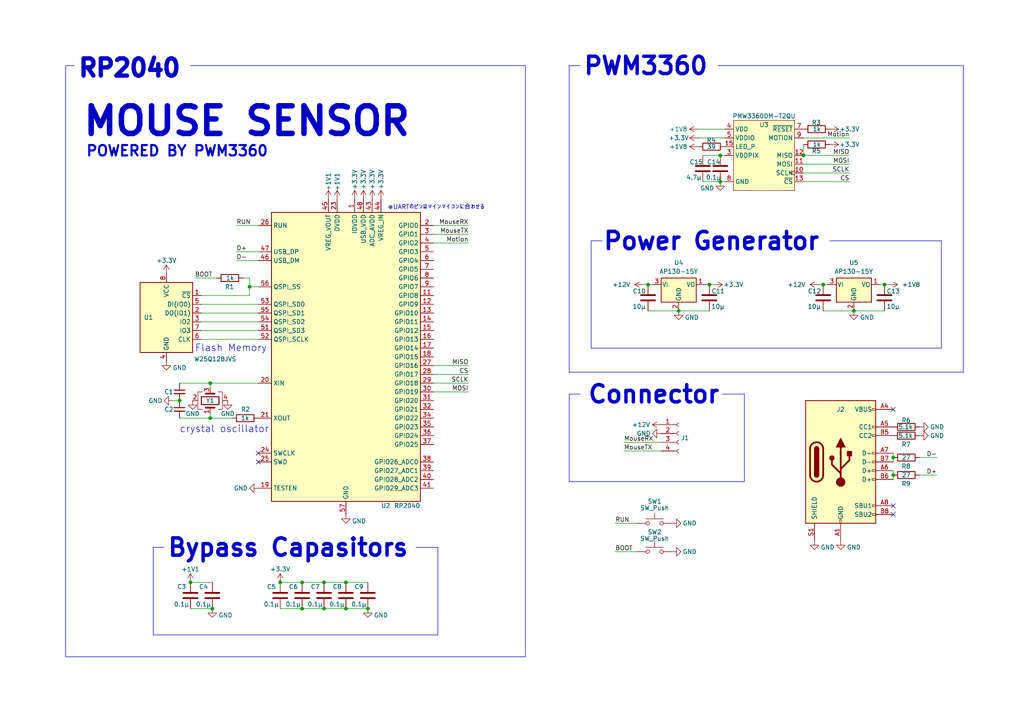
<source format=kicad_sch>
(kicad_sch (version 20230121) (generator eeschema)
  (paper "A4")
  (lib_symbols
    (symbol "Connector:Conn_01x04_Socket" (pin_names (offset 1.016) hide)
      (property "Reference" "J" (at 0 5.08 0))
      (property "Value" "Conn_01x04_Socket" (at 0 -7.62 0))
      (symbol "Conn_01x04_Socket_1_1"
        (arc (start 0 -4.572) (mid -0.5058 -5.08) (end 0 -5.588) (stroke (width 0.1524)))
        (arc (start 0 -2.032) (mid -0.5058 -2.54) (end 0 -3.048) (stroke (width 0.1524)))
        (polyline (pts (xy -1.27 -5.08) (xy -0.508 -5.08)) (stroke (width 0.1524)))
        (polyline (pts (xy -1.27 -2.54) (xy -0.508 -2.54)) (stroke (width 0.1524)))
        (polyline (pts (xy -1.27 0) (xy -0.508 0)) (stroke (width 0.1524)))
        (polyline (pts (xy -1.27 2.54) (xy -0.508 2.54)) (stroke (width 0.1524)))
        (arc (start 0 0.508) (mid -0.5058 0) (end 0 -0.508) (stroke (width 0.1524)))
        (arc (start 0 3.048) (mid -0.5058 2.54) (end 0 2.032) (stroke (width 0.1524)))
        (pin passive line (at -5.08 2.54 0) (length 3.81) (name "Pin_1") (number "1"))
        (pin passive line (at -5.08 0 0) (length 3.81) (name "Pin_2") (number "2"))
        (pin passive line (at -5.08 -2.54 0) (length 3.81) (name "Pin_3") (number "3"))
        (pin passive line (at -5.08 -5.08 0) (length 3.81) (name "Pin_4") (number "4"))
      )
    )
    (symbol "Connector:USB_C_Receptacle_USB2.0" (pin_names (offset 1.016))
      (property "Reference" "J" (at -10.16 19.05 0))
      (property "Value" "USB_C_Receptacle_USB2.0" (at 19.05 19.05 0))
      (symbol "USB_C_Receptacle_USB2.0_0_0"
        (rectangle (start -0.254 -17.78) (end 0.254 -16.764))
        (rectangle (start 10.16 -14.986) (end 9.144 -15.494))
        (rectangle (start 10.16 -12.446) (end 9.144 -12.954))
        (rectangle (start 10.16 -4.826) (end 9.144 -5.334))
        (rectangle (start 10.16 -2.286) (end 9.144 -2.794))
        (rectangle (start 10.16 0.254) (end 9.144 -0.254))
        (rectangle (start 10.16 2.794) (end 9.144 2.286))
        (rectangle (start 10.16 7.874) (end 9.144 7.366))
        (rectangle (start 10.16 10.414) (end 9.144 9.906))
        (rectangle (start 10.16 15.494) (end 9.144 14.986))
      )
      (symbol "USB_C_Receptacle_USB2.0_0_1"
        (rectangle (start -10.16 17.78) (end 10.16 -17.78) (stroke (width 0.254)) (fill (type background)))
        (arc (start -8.89 -3.81) (mid -6.985 -5.7067) (end -5.08 -3.81) (stroke (width 0.508)))
        (arc (start -7.62 -3.81) (mid -6.985 -4.4423) (end -6.35 -3.81) (stroke (width 0.254)))
        (arc (start -7.62 -3.81) (mid -6.985 -4.4423) (end -6.35 -3.81) (stroke (width 0.254)) (fill (type outline)))
        (rectangle (start -7.62 -3.81) (end -6.35 3.81) (stroke (width 0.254)) (fill (type outline)))
        (arc (start -6.35 3.81) (mid -6.985 4.4423) (end -7.62 3.81) (stroke (width 0.254)))
        (arc (start -6.35 3.81) (mid -6.985 4.4423) (end -7.62 3.81) (stroke (width 0.254)) (fill (type outline)))
        (arc (start -5.08 3.81) (mid -6.985 5.7067) (end -8.89 3.81) (stroke (width 0.508)))
        (circle (center -2.54 1.143) (radius 0.635) (stroke (width 0.254)) (fill (type outline)))
        (circle (center 0 -5.842) (radius 1.27) (fill (type outline)))
        (polyline (pts (xy -8.89 -3.81) (xy -8.89 3.81)) (stroke (width 0.508)))
        (polyline (pts (xy -5.08 3.81) (xy -5.08 -3.81)) (stroke (width 0.508)))
        (polyline (pts (xy 0 -5.842) (xy 0 4.318)) (stroke (width 0.508)))
        (polyline (pts (xy 0 -3.302) (xy -2.54 -0.762) (xy -2.54 0.508)) (stroke (width 0.508)))
        (polyline (pts (xy 0 -2.032) (xy 2.54 0.508) (xy 2.54 1.778)) (stroke (width 0.508)))
        (polyline (pts (xy -1.27 4.318) (xy 0 6.858) (xy 1.27 4.318) (xy -1.27 4.318)) (stroke (width 0.254)) (fill (type outline)))
        (rectangle (start 1.905 1.778) (end 3.175 3.048) (stroke (width 0.254)) (fill (type outline)))
      )
      (symbol "USB_C_Receptacle_USB2.0_1_1"
        (pin passive line (at 0 -22.86 90) (length 5.08) (name "GND") (number "A1"))
        (pin passive line (at 0 -22.86 90) (length 5.08) hide (name "GND") (number "A12"))
        (pin passive line (at 15.24 15.24 180) (length 5.08) (name "VBUS") (number "A4"))
        (pin bidirectional line (at 15.24 10.16 180) (length 5.08) (name "CC1") (number "A5"))
        (pin bidirectional line (at 15.24 -2.54 180) (length 5.08) (name "D+") (number "A6"))
        (pin bidirectional line (at 15.24 2.54 180) (length 5.08) (name "D-") (number "A7"))
        (pin bidirectional line (at 15.24 -12.7 180) (length 5.08) (name "SBU1") (number "A8"))
        (pin passive line (at 15.24 15.24 180) (length 5.08) hide (name "VBUS") (number "A9"))
        (pin passive line (at 0 -22.86 90) (length 5.08) hide (name "GND") (number "B1"))
        (pin passive line (at 0 -22.86 90) (length 5.08) hide (name "GND") (number "B12"))
        (pin passive line (at 15.24 15.24 180) (length 5.08) hide (name "VBUS") (number "B4"))
        (pin bidirectional line (at 15.24 7.62 180) (length 5.08) (name "CC2") (number "B5"))
        (pin bidirectional line (at 15.24 -5.08 180) (length 5.08) (name "D+") (number "B6"))
        (pin bidirectional line (at 15.24 0 180) (length 5.08) (name "D-") (number "B7"))
        (pin bidirectional line (at 15.24 -15.24 180) (length 5.08) (name "SBU2") (number "B8"))
        (pin passive line (at 15.24 15.24 180) (length 5.08) hide (name "VBUS") (number "B9"))
        (pin passive line (at -7.62 -22.86 90) (length 5.08) (name "SHIELD") (number "S1"))
      )
    )
    (symbol "Device:C" (pin_numbers hide) (pin_names (offset 0.254))
      (property "Reference" "C" (at 0.635 2.54 0))
      (property "Value" "C" (at 0.635 -2.54 0))
      (symbol "C_0_1"
        (polyline (pts (xy -2.032 -0.762) (xy 2.032 -0.762)) (stroke (width 0.508)))
        (polyline (pts (xy -2.032 0.762) (xy 2.032 0.762)) (stroke (width 0.508)))
      )
      (symbol "C_1_1"
        (pin passive line (at 0 3.81 270) (length 2.794) (name "~") (number "1"))
        (pin passive line (at 0 -3.81 90) (length 2.794) (name "~") (number "2"))
      )
    )
    (symbol "Device:C_Small" (pin_numbers hide) (pin_names (offset 0.254) hide)
      (property "Reference" "C" (at 0.254 1.778 0))
      (property "Value" "C_Small" (at 0.254 -2.032 0))
      (symbol "C_Small_0_1"
        (polyline (pts (xy -1.524 -0.508) (xy 1.524 -0.508)) (stroke (width 0.3302)))
        (polyline (pts (xy -1.524 0.508) (xy 1.524 0.508)) (stroke (width 0.3048)))
      )
      (symbol "C_Small_1_1"
        (pin passive line (at 0 2.54 270) (length 2.032) (name "~") (number "1"))
        (pin passive line (at 0 -2.54 90) (length 2.032) (name "~") (number "2"))
      )
    )
    (symbol "Device:Crystal_GND24" (pin_names (offset 1.016) hide)
      (property "Reference" "Y" (at 3.175 5.08 0))
      (property "Value" "Crystal_GND24" (at 3.175 3.175 0))
      (symbol "Crystal_GND24_0_1"
        (rectangle (start -1.143 2.54) (end 1.143 -2.54) (stroke (width 0.3048)))
        (polyline (pts (xy -2.54 0) (xy -2.032 0)))
        (polyline (pts (xy -2.032 -1.27) (xy -2.032 1.27)) (stroke (width 0.508)))
        (polyline (pts (xy 0 -3.81) (xy 0 -3.556)))
        (polyline (pts (xy 0 3.556) (xy 0 3.81)))
        (polyline (pts (xy 2.032 -1.27) (xy 2.032 1.27)) (stroke (width 0.508)))
        (polyline (pts (xy 2.032 0) (xy 2.54 0)))
        (polyline (pts (xy -2.54 -2.286) (xy -2.54 -3.556) (xy 2.54 -3.556) (xy 2.54 -2.286)))
        (polyline (pts (xy -2.54 2.286) (xy -2.54 3.556) (xy 2.54 3.556) (xy 2.54 2.286)))
      )
      (symbol "Crystal_GND24_1_1"
        (pin passive line (at -3.81 0 0) (length 1.27) (name "1") (number "1"))
        (pin passive line (at 0 5.08 270) (length 1.27) (name "2") (number "2"))
        (pin passive line (at 3.81 0 180) (length 1.27) (name "3") (number "3"))
        (pin passive line (at 0 -5.08 90) (length 1.27) (name "4") (number "4"))
      )
    )
    (symbol "Device:R" (pin_numbers hide) (pin_names (offset 0))
      (property "Reference" "R" (at 2.032 0 90))
      (property "Value" "R" (at 0 0 90))
      (symbol "R_0_1"
        (rectangle (start -1.016 -2.54) (end 1.016 2.54) (stroke (width 0.254)))
      )
      (symbol "R_1_1"
        (pin passive line (at 0 3.81 270) (length 1.27) (name "~") (number "1"))
        (pin passive line (at 0 -3.81 90) (length 1.27) (name "~") (number "2"))
      )
    )
    (symbol "MCU_RaspberryPi:RP2040"
      (property "Reference" "U" (at 17.78 45.72 0))
      (property "Value" "RP2040" (at 17.78 43.18 0))
      (symbol "RP2040_0_1"
        (rectangle (start -21.59 41.91) (end 21.59 -41.91) (stroke (width 0.254)) (fill (type background)))
      )
      (symbol "RP2040_1_1"
        (pin power_in line (at 2.54 45.72 270) (length 3.81) (name "IOVDD") (number "1"))
        (pin passive line (at 2.54 45.72 270) (length 3.81) hide (name "IOVDD") (number "10"))
        (pin bidirectional line (at 25.4 17.78 180) (length 3.81) (name "GPIO8") (number "11"))
        (pin bidirectional line (at 25.4 15.24 180) (length 3.81) (name "GPIO9") (number "12"))
        (pin bidirectional line (at 25.4 12.7 180) (length 3.81) (name "GPIO10") (number "13"))
        (pin bidirectional line (at 25.4 10.16 180) (length 3.81) (name "GPIO11") (number "14"))
        (pin bidirectional line (at 25.4 7.62 180) (length 3.81) (name "GPIO12") (number "15"))
        (pin bidirectional line (at 25.4 5.08 180) (length 3.81) (name "GPIO13") (number "16"))
        (pin bidirectional line (at 25.4 2.54 180) (length 3.81) (name "GPIO14") (number "17"))
        (pin bidirectional line (at 25.4 0 180) (length 3.81) (name "GPIO15") (number "18"))
        (pin input line (at -25.4 -38.1 0) (length 3.81) (name "TESTEN") (number "19"))
        (pin bidirectional line (at 25.4 38.1 180) (length 3.81) (name "GPIO0") (number "2"))
        (pin input line (at -25.4 -7.62 0) (length 3.81) (name "XIN") (number "20"))
        (pin passive line (at -25.4 -17.78 0) (length 3.81) (name "XOUT") (number "21"))
        (pin passive line (at 2.54 45.72 270) (length 3.81) hide (name "IOVDD") (number "22"))
        (pin power_in line (at -2.54 45.72 270) (length 3.81) (name "DVDD") (number "23"))
        (pin input line (at -25.4 -27.94 0) (length 3.81) (name "SWCLK") (number "24"))
        (pin bidirectional line (at -25.4 -30.48 0) (length 3.81) (name "SWD") (number "25"))
        (pin input line (at -25.4 38.1 0) (length 3.81) (name "RUN") (number "26"))
        (pin bidirectional line (at 25.4 -2.54 180) (length 3.81) (name "GPIO16") (number "27"))
        (pin bidirectional line (at 25.4 -5.08 180) (length 3.81) (name "GPIO17") (number "28"))
        (pin bidirectional line (at 25.4 -7.62 180) (length 3.81) (name "GPIO18") (number "29"))
        (pin bidirectional line (at 25.4 35.56 180) (length 3.81) (name "GPIO1") (number "3"))
        (pin bidirectional line (at 25.4 -10.16 180) (length 3.81) (name "GPIO19") (number "30"))
        (pin bidirectional line (at 25.4 -12.7 180) (length 3.81) (name "GPIO20") (number "31"))
        (pin bidirectional line (at 25.4 -15.24 180) (length 3.81) (name "GPIO21") (number "32"))
        (pin passive line (at 2.54 45.72 270) (length 3.81) hide (name "IOVDD") (number "33"))
        (pin bidirectional line (at 25.4 -17.78 180) (length 3.81) (name "GPIO22") (number "34"))
        (pin bidirectional line (at 25.4 -20.32 180) (length 3.81) (name "GPIO23") (number "35"))
        (pin bidirectional line (at 25.4 -22.86 180) (length 3.81) (name "GPIO24") (number "36"))
        (pin bidirectional line (at 25.4 -25.4 180) (length 3.81) (name "GPIO25") (number "37"))
        (pin bidirectional line (at 25.4 -30.48 180) (length 3.81) (name "GPIO26_ADC0") (number "38"))
        (pin bidirectional line (at 25.4 -33.02 180) (length 3.81) (name "GPIO27_ADC1") (number "39"))
        (pin bidirectional line (at 25.4 33.02 180) (length 3.81) (name "GPIO2") (number "4"))
        (pin bidirectional line (at 25.4 -35.56 180) (length 3.81) (name "GPIO28_ADC2") (number "40"))
        (pin bidirectional line (at 25.4 -38.1 180) (length 3.81) (name "GPIO29_ADC3") (number "41"))
        (pin passive line (at 2.54 45.72 270) (length 3.81) hide (name "IOVDD") (number "42"))
        (pin power_in line (at 7.62 45.72 270) (length 3.81) (name "ADC_AVDD") (number "43"))
        (pin power_in line (at 10.16 45.72 270) (length 3.81) (name "VREG_IN") (number "44"))
        (pin power_out line (at -5.08 45.72 270) (length 3.81) (name "VREG_VOUT") (number "45"))
        (pin bidirectional line (at -25.4 27.94 0) (length 3.81) (name "USB_DM") (number "46"))
        (pin bidirectional line (at -25.4 30.48 0) (length 3.81) (name "USB_DP") (number "47"))
        (pin power_in line (at 5.08 45.72 270) (length 3.81) (name "USB_VDD") (number "48"))
        (pin passive line (at 2.54 45.72 270) (length 3.81) hide (name "IOVDD") (number "49"))
        (pin bidirectional line (at 25.4 30.48 180) (length 3.81) (name "GPIO3") (number "5"))
        (pin passive line (at -2.54 45.72 270) (length 3.81) hide (name "DVDD") (number "50"))
        (pin bidirectional line (at -25.4 7.62 0) (length 3.81) (name "QSPI_SD3") (number "51"))
        (pin output line (at -25.4 5.08 0) (length 3.81) (name "QSPI_SCLK") (number "52"))
        (pin bidirectional line (at -25.4 15.24 0) (length 3.81) (name "QSPI_SD0") (number "53"))
        (pin bidirectional line (at -25.4 10.16 0) (length 3.81) (name "QSPI_SD2") (number "54"))
        (pin bidirectional line (at -25.4 12.7 0) (length 3.81) (name "QSPI_SD1") (number "55"))
        (pin bidirectional line (at -25.4 20.32 0) (length 3.81) (name "QSPI_SS") (number "56"))
        (pin power_in line (at 0 -45.72 90) (length 3.81) (name "GND") (number "57"))
        (pin bidirectional line (at 25.4 27.94 180) (length 3.81) (name "GPIO4") (number "6"))
        (pin bidirectional line (at 25.4 25.4 180) (length 3.81) (name "GPIO5") (number "7"))
        (pin bidirectional line (at 25.4 22.86 180) (length 3.81) (name "GPIO6") (number "8"))
        (pin bidirectional line (at 25.4 20.32 180) (length 3.81) (name "GPIO7") (number "9"))
      )
    )
    (symbol "Memory_Flash:W25Q128JVS"
      (property "Reference" "U4" (at 9.525 1.27 0))
      (property "Value" "W25Q128JVS" (at 9.525 -1.27 0))
      (symbol "W25Q128JVS_0_1"
        (rectangle (start -7.62 10.16) (end 7.62 -10.16) (stroke (width 0.254)) (fill (type background)))
      )
      (symbol "W25Q128JVS_1_1"
        (pin input line (at -10.16 6.35 0) (length 2.54) (name "~{CS}") (number "1"))
        (pin bidirectional line (at -10.16 1.27 0) (length 2.54) (name "DO(IO1)") (number "2"))
        (pin bidirectional line (at -10.16 -1.27 0) (length 2.54) (name "IO2") (number "3"))
        (pin power_in line (at 0 -12.7 90) (length 2.54) (name "GND") (number "4"))
        (pin bidirectional line (at -10.16 3.81 0) (length 2.54) (name "DI(IO0)") (number "5"))
        (pin input line (at -10.16 -6.35 0) (length 2.54) (name "CLK") (number "6"))
        (pin bidirectional line (at -10.16 -3.81 0) (length 2.54) (name "IO3") (number "7"))
        (pin power_in line (at 0 12.7 270) (length 2.54) (name "VCC") (number "8"))
      )
    )
    (symbol "Regulator_Linear:AP130-15Y" (pin_names (offset 0.254))
      (property "Reference" "U" (at -3.81 3.175 0))
      (property "Value" "AP130-15Y" (at 0 3.175 0))
      (symbol "AP130-15Y_0_1"
        (rectangle (start -5.08 1.905) (end 5.08 -5.08) (stroke (width 0.254)) (fill (type background)))
      )
      (symbol "AP130-15Y_1_1"
        (pin power_out line (at 7.62 0 180) (length 2.54) (name "VO") (number "1"))
        (pin power_in line (at 0 -7.62 90) (length 2.54) (name "GND") (number "2"))
        (pin power_in line (at -7.62 0 0) (length 2.54) (name "VI") (number "3"))
      )
    )
    (symbol "Switch:SW_Push" (pin_numbers hide) (pin_names (offset 1.016) hide)
      (property "Reference" "SW" (at 1.27 2.54 0))
      (property "Value" "SW_Push" (at 0 -1.524 0))
      (symbol "SW_Push_0_1"
        (circle (center -2.032 0) (radius 0.508))
        (polyline (pts (xy 0 1.27) (xy 0 3.048)))
        (polyline (pts (xy 2.54 1.27) (xy -2.54 1.27)))
        (circle (center 2.032 0) (radius 0.508))
        (pin passive line (at -5.08 0 0) (length 2.54) (name "1") (number "1"))
        (pin passive line (at 5.08 0 180) (length 2.54) (name "2") (number "2"))
      )
    )
    (symbol "pmw3360_pcb:PMW3360DM-T2QU"
      (property "Reference" "U?" (at -7.62 -13.97 0))
      (property "Value" "PMW3360DM-T2QU" (at 0 -11.43 0))
      (symbol "PMW3360DM-T2QU_0_1"
        (rectangle (start -8.89 10.16) (end 8.89 -10.16) (fill (type background)))
      )
      (symbol "PMW3360DM-T2QU_1_1"
        (pin no_connect line (at -2.54 13.97 180) (length 2.54) hide (name "NC") (number "1"))
        (pin input clock (at 11.43 -5.08 180) (length 2.54) (name "SCLK") (number "10"))
        (pin input line (at 11.43 -2.54 180) (length 2.54) (name "MOSI") (number "11"))
        (pin output line (at 11.43 0 180) (length 2.54) (name "MISO") (number "12"))
        (pin input line (at 11.43 -7.62 180) (length 2.54) (name "~{CS}") (number "13"))
        (pin no_connect inverted (at -2.54 19.05 180) (length 2.54) hide (name "NC") (number "14"))
        (pin power_in line (at -11.43 2.54 0) (length 2.54) (name "LED_P") (number "15"))
        (pin no_connect line (at -2.54 21.59 180) (length 2.54) hide (name "NC") (number "16"))
        (pin no_connect line (at -2.54 16.51 180) (length 2.54) hide (name "NC") (number "2"))
        (pin power_out line (at -11.43 0 0) (length 2.54) (name "VDDPIX") (number "3"))
        (pin power_in line (at -11.43 7.62 0) (length 2.54) (name "VDD") (number "4"))
        (pin power_in line (at -11.43 5.08 0) (length 2.54) (name "VDDIO") (number "5"))
        (pin no_connect line (at -2.54 11.43 180) (length 2.54) hide (name "NC") (number "6"))
        (pin input line (at 11.43 7.62 180) (length 2.54) (name "~{RESET}") (number "7"))
        (pin power_in line (at -11.43 -7.62 0) (length 2.54) (name "GND") (number "8"))
        (pin output line (at 11.43 5.08 180) (length 2.54) (name "MOTION") (number "9"))
      )
    )
    (symbol "power:+12V" (power) (pin_names (offset 0))
      (property "Value" "+12V" (at 0 3.556 0))
      (symbol "+12V_0_1"
        (polyline (pts (xy -0.762 1.27) (xy 0 2.54)))
        (polyline (pts (xy 0 0) (xy 0 2.54)))
        (polyline (pts (xy 0 2.54) (xy 0.762 1.27)))
      )
      (symbol "+12V_1_1"
        (pin power_in line (at 0 0 90) (length 0) hide (name "+12V") (number "1"))
      )
    )
    (symbol "power:+1V1" (power) (pin_names (offset 0))
      (property "Value" "+1V1" (at 0 3.556 0))
      (symbol "+1V1_0_1"
        (polyline (pts (xy -0.762 1.27) (xy 0 2.54)))
        (polyline (pts (xy 0 0) (xy 0 2.54)))
        (polyline (pts (xy 0 2.54) (xy 0.762 1.27)))
      )
      (symbol "+1V1_1_1"
        (pin power_in line (at 0 0 90) (length 0) hide (name "+1V1") (number "1"))
      )
    )
    (symbol "power:+1V8" (power) (pin_names (offset 0))
      (property "Value" "+1V8" (at 0 3.556 0))
      (symbol "+1V8_0_1"
        (polyline (pts (xy -0.762 1.27) (xy 0 2.54)))
        (polyline (pts (xy 0 0) (xy 0 2.54)))
        (polyline (pts (xy 0 2.54) (xy 0.762 1.27)))
      )
      (symbol "+1V8_1_1"
        (pin power_in line (at 0 0 90) (length 0) hide (name "+1V8") (number "1"))
      )
    )
    (symbol "power:+3.3V" (power) (pin_names (offset 0))
      (property "Value" "+3.3V" (at 0 3.556 0))
      (symbol "+3.3V_0_1"
        (polyline (pts (xy -0.762 1.27) (xy 0 2.54)))
        (polyline (pts (xy 0 0) (xy 0 2.54)))
        (polyline (pts (xy 0 2.54) (xy 0.762 1.27)))
      )
      (symbol "+3.3V_1_1"
        (pin power_in line (at 0 0 90) (length 0) hide (name "+3.3V") (number "1"))
      )
    )
    (symbol "power:GND" (power) (pin_names (offset 0))
      (property "Value" "GND" (at 0 -3.81 0))
      (symbol "GND_0_1"
        (polyline (pts (xy 0 0) (xy 0 -1.27) (xy 1.27 -1.27) (xy 0 -2.54) (xy -1.27 -1.27) (xy 0 -1.27)))
      )
      (symbol "GND_1_1"
        (pin power_in line (at 0 0 270) (length 0) hide (name "GND") (number "1"))
      )
    )
  )
  (junction (at 238.76 82.55))
  (junction (at 81.28 168.91))
  (junction (at 87.63 168.91))
  (junction (at 259.08 132.715))
  (junction (at 52.07 116.205))
  (junction (at 100.33 176.53))
  (junction (at 106.68 176.53))
  (junction (at 256.54 82.55))
  (junction (at 208.915 45.085))
  (junction (at 93.98 176.53))
  (junction (at 205.74 82.55))
  (junction (at 259.08 137.795))
  (junction (at 233.045 45.085))
  (junction (at 100.33 168.91))
  (junction (at 208.915 52.705))
  (junction (at 187.96 82.55))
  (junction (at 60.96 111.125))
  (junction (at 72.39 83.185))
  (junction (at 55.245 168.91))
  (junction (at 247.65 90.17))
  (junction (at 61.595 176.53))
  (junction (at 196.85 90.17))
  (junction (at 87.63 176.53))
  (junction (at 93.98 168.91))
  (junction (at 60.96 121.285))
  (no_connect (at 74.93 131.445))
  (no_connect (at 259.08 146.685))
  (no_connect (at 259.08 118.745))
  (no_connect (at 259.08 149.225))
  (no_connect (at 74.93 133.985))
  (wire (pts (xy 135.89 111.125) (xy 125.73 111.125)))
  (wire (pts (xy 246.38 52.705) (xy 233.045 52.705)))
  (wire (pts (xy 52.07 121.285) (xy 60.96 121.285)))
  (wire (pts (xy 58.42 95.885) (xy 74.93 95.885)))
  (wire (pts (xy 93.98 176.53) (xy 100.33 176.53)))
  (wire (pts (xy 259.08 131.445) (xy 259.08 132.715)))
  (wire (pts (xy 208.915 52.705) (xy 210.185 52.705)))
  (polyline (pts (xy 44.45 158.75) (xy 44.45 184.15)))
  (wire (pts (xy 58.42 85.725) (xy 72.39 85.725)))
  (wire (pts (xy 81.28 176.53) (xy 87.63 176.53)))
  (wire (pts (xy 203.835 45.085) (xy 208.915 45.085)))
  (polyline (pts (xy 127 184.15) (xy 127 158.75)))
  (wire (pts (xy 202.565 37.465) (xy 210.185 37.465)))
  (wire (pts (xy 256.54 82.55) (xy 257.81 82.55)))
  (wire (pts (xy 196.85 90.17) (xy 205.74 90.17)))
  (wire (pts (xy 203.835 52.705) (xy 208.915 52.705)))
  (polyline (pts (xy 273.05 100.965) (xy 273.05 69.85)))
  (wire (pts (xy 58.42 98.425) (xy 74.93 98.425)))
  (polyline (pts (xy 209.55 114.3) (xy 215.9 114.3)))
  (wire (pts (xy 238.76 82.55) (xy 240.03 82.55)))
  (wire (pts (xy 87.63 176.53) (xy 93.98 176.53)))
  (wire (pts (xy 58.42 93.345) (xy 74.93 93.345)))
  (polyline (pts (xy 152.4 190.5) (xy 152.4 19.05)))
  (wire (pts (xy 60.96 120.015) (xy 60.96 121.285)))
  (wire (pts (xy 178.435 160.02) (xy 184.785 160.02)))
  (wire (pts (xy 205.74 82.55) (xy 207.01 82.55)))
  (wire (pts (xy 72.39 83.185) (xy 74.93 83.185)))
  (polyline (pts (xy 120.65 158.75) (xy 127 158.75)))
  (wire (pts (xy 60.96 111.125) (xy 74.93 111.125)))
  (polyline (pts (xy 165.1 19.05) (xy 165.1 107.95)))
  (wire (pts (xy 259.08 132.715) (xy 259.08 133.985)))
  (polyline (pts (xy 240.665 69.85) (xy 273.05 69.85)))
  (wire (pts (xy 93.98 168.91) (xy 100.33 168.91)))
  (polyline (pts (xy 21.59 19.05) (xy 19.05 19.05)))
  (wire (pts (xy 72.39 83.185) (xy 72.39 80.645)))
  (wire (pts (xy 60.96 121.285) (xy 67.31 121.285)))
  (wire (pts (xy 135.89 65.405) (xy 125.73 65.405)))
  (polyline (pts (xy 168.275 19.05) (xy 165.1 19.05)))
  (wire (pts (xy 135.89 113.665) (xy 125.73 113.665)))
  (wire (pts (xy 100.33 176.53) (xy 106.68 176.53)))
  (wire (pts (xy 68.58 65.405) (xy 74.93 65.405)))
  (wire (pts (xy 87.63 168.91) (xy 93.98 168.91)))
  (polyline (pts (xy 171.45 69.85) (xy 171.45 100.965)))
  (wire (pts (xy 135.89 106.045) (xy 125.73 106.045)))
  (wire (pts (xy 187.96 90.17) (xy 196.85 90.17)))
  (polyline (pts (xy 47.625 158.75) (xy 44.45 158.75)))
  (polyline (pts (xy 165.1 139.7) (xy 215.9 139.7)))
  (polyline (pts (xy 165.1 114.3) (xy 165.1 139.7)))
  (polyline (pts (xy 208.28 19.05) (xy 279.4 19.05)))
  (wire (pts (xy 81.28 168.91) (xy 87.63 168.91)))
  (wire (pts (xy 52.07 111.125) (xy 60.96 111.125)))
  (wire (pts (xy 186.69 82.55) (xy 187.96 82.55)))
  (wire (pts (xy 246.38 40.005) (xy 233.045 40.005)))
  (wire (pts (xy 271.78 137.795) (xy 266.7 137.795)))
  (wire (pts (xy 58.42 90.805) (xy 74.93 90.805)))
  (wire (pts (xy 246.38 45.085) (xy 233.045 45.085)))
  (wire (pts (xy 259.08 137.795) (xy 259.08 139.065)))
  (polyline (pts (xy 279.4 107.95) (xy 279.4 19.05)))
  (wire (pts (xy 238.76 90.17) (xy 247.65 90.17)))
  (wire (pts (xy 55.245 176.53) (xy 61.595 176.53)))
  (wire (pts (xy 246.38 50.165) (xy 233.045 50.165)))
  (wire (pts (xy 55.245 168.91) (xy 61.595 168.91)))
  (polyline (pts (xy 171.45 100.965) (xy 273.05 100.965)))
  (wire (pts (xy 72.39 80.645) (xy 70.485 80.645)))
  (polyline (pts (xy 44.45 184.15) (xy 127 184.15)))
  (wire (pts (xy 180.975 130.81) (xy 191.77 130.81)))
  (polyline (pts (xy 168.275 114.3) (xy 165.1 114.3)))
  (wire (pts (xy 233.045 41.91) (xy 233.045 45.085)))
  (wire (pts (xy 247.65 90.17) (xy 256.54 90.17)))
  (wire (pts (xy 56.515 80.645) (xy 62.865 80.645)))
  (wire (pts (xy 72.39 85.725) (xy 72.39 83.185)))
  (wire (pts (xy 202.565 40.005) (xy 210.185 40.005)))
  (wire (pts (xy 204.47 82.55) (xy 205.74 82.55)))
  (wire (pts (xy 259.08 136.525) (xy 259.08 137.795)))
  (wire (pts (xy 135.89 108.585) (xy 125.73 108.585)))
  (wire (pts (xy 255.27 82.55) (xy 256.54 82.55)))
  (wire (pts (xy 246.38 47.625) (xy 233.045 47.625)))
  (wire (pts (xy 271.78 132.715) (xy 266.7 132.715)))
  (wire (pts (xy 50.165 116.205) (xy 52.07 116.205)))
  (wire (pts (xy 135.89 70.485) (xy 125.73 70.485)))
  (polyline (pts (xy 55.245 19.05) (xy 152.4 19.05)))
  (polyline (pts (xy 19.05 190.5) (xy 152.4 190.5)))
  (wire (pts (xy 68.58 75.565) (xy 74.93 75.565)))
  (wire (pts (xy 68.58 73.025) (xy 74.93 73.025)))
  (polyline (pts (xy 174.625 69.85) (xy 171.45 69.85)))
  (wire (pts (xy 100.33 168.91) (xy 106.68 168.91)))
  (polyline (pts (xy 215.9 139.7) (xy 215.9 114.3)))
  (wire (pts (xy 135.89 67.945) (xy 125.73 67.945)))
  (wire (pts (xy 208.915 45.085) (xy 210.185 45.085)))
  (wire (pts (xy 187.96 82.55) (xy 189.23 82.55)))
  (polyline (pts (xy 19.05 19.05) (xy 19.05 190.5)))
  (wire (pts (xy 180.975 128.27) (xy 191.77 128.27)))
  (wire (pts (xy 178.435 151.765) (xy 184.785 151.765)))
  (wire (pts (xy 58.42 88.265) (xy 74.93 88.265)))
  (wire (pts (xy 237.49 82.55) (xy 238.76 82.55)))
  (wire (pts (xy 60.96 111.125) (xy 60.96 112.395)))
  (polyline (pts (xy 165.1 107.95) (xy 279.4 107.95)))
  (text "Flash Memory" (at 56.515 102.235 0) (effects (font (size 2 2)) (justify left bottom)))
  (text "RP2040" (at 22.225 22.86 0) (effects (font (size 5 5) (thickness 1.6) bold) (justify left bottom)))
  (text "Connector" (at 170.18 117.475 0) (effects (font (size 5 5) (thickness 1) bold) (justify left bottom)))
  (text "※UARTのピンはマインマイコンに合わせる" (at 112.395 60.96 0) (effects (font (size 1.27 1.27)) (justify left bottom)))
  (text "PWM3360" (at 168.91 22.225 0) (effects (font (size 5 5) (thickness 1) bold) (justify left bottom)))
  (text "crystal oscillator" (at 52.07 125.73 0) (effects (font (size 2 2)) (justify left bottom)))
  (text "Bypass Capasitors" (at 48.26 161.925 0) (effects (font (size 5 5) (thickness 1) bold) (justify left bottom)))
  (text "MOUSE SENSOR" (at 23.495 40.005 0) (effects (font (size 8 8) (thickness 1.6) bold) (justify left bottom)))
  (text "POWERED BY PWM3360" (at 24.765 45.72 0) (effects (font (size 3 3) bold) (justify left bottom)))
  (text "Power Generator" (at 174.625 73.025 0) (effects (font (size 5 5) (thickness 1) bold) (justify left bottom)))
  (label "BOOT" (at 56.515 80.645 0))
  (label "MouseRX" (at 135.89 65.405 180))
  (label "MouseRX" (at 180.975 128.27 0))
  (label "MISO" (at 135.89 106.045 180))
  (label "MISO" (at 246.38 45.085 180))
  (label "RUN" (at 68.58 65.405 0))
  (label "D+" (at 271.78 137.795 180))
  (label "BOOT" (at 178.435 160.02 0))
  (label "MouseTX" (at 180.975 130.81 0))
  (label "Motion" (at 135.89 70.485 180))
  (label "D+" (at 68.58 73.025 0))
  (label "CS" (at 246.38 52.705 180))
  (label "MouseTX" (at 135.89 67.945 180))
  (label "SCLK" (at 246.38 50.165 180))
  (label "RUN" (at 178.435 151.765 0))
  (label "SCLK" (at 135.89 111.125 180))
  (label "D-" (at 271.78 132.715 180))
  (label "D-" (at 68.58 75.565 0))
  (label "CS" (at 135.89 108.585 180))
  (label "MOSI" (at 135.89 113.665 180))
  (label "Motion" (at 246.38 40.005 180))
  (label "MOSI" (at 246.38 47.625 180))
  (symbol (lib_id "power:GND") (at 247.65 90.17 0) (unit 1)
    (property "Reference" "#PWR022" (effects hide))
    (property "Value" "GND" (at 251.46 92.075 0))
  )
  (symbol (lib_id "power:+3.3V") (at 105.41 57.785 0) (unit 1)
    (property "Reference" "#PWR014" (effects hide))
    (property "Value" "+3.3V" (at 105.41 52.07 90))
  )
  (symbol (lib_id "power:GND") (at 191.77 125.73 270) (unit 1)
    (property "Reference" "#PWR031" (effects hide))
    (property "Value" "GND" (at 186.69 125.73 90))
  )
  (symbol (lib_id "power:GND") (at 194.945 151.765 90) (unit 1)
    (property "Reference" "#PWR032" (effects hide))
    (property "Value" "GND" (at 200.025 151.765 90))
  )
  (symbol (lib_id "power:GND") (at 266.7 126.365 90) (unit 1)
    (property "Reference" "#PWR037" (effects hide))
    (property "Value" "GND" (at 271.78 126.365 90))
  )
  (symbol (lib_id "Connector:USB_C_Receptacle_USB2.0") (at 243.84 133.985 0) (unit 1)
    (property "Reference" "J2" (at 243.84 118.745 0))
    (property "Value" "USB_C_Receptacle_USB2.0" (effects hide))
    (property "Datasheet" "https://www.usb.org/sites/default/files/documents/usb_type-c.zip" (effects hide))
  )
  (symbol (lib_id "power:GND") (at 208.915 52.705 0) (unit 1)
    (property "Reference" "#PWR028" (effects hide))
    (property "Value" "GND" (at 205.105 54.61 0))
  )
  (symbol (lib_id "power:GND") (at 196.85 90.17 0) (unit 1)
    (property "Reference" "#PWR019" (effects hide))
    (property "Value" "GND" (at 200.66 92.075 0))
  )
  (symbol (lib_id "power:+3.3V") (at 240.665 37.465 270) (unit 1)
    (property "Reference" "#PWR026" (effects hide))
    (property "Value" "+3.3V" (at 246.38 37.465 90))
  )
  (symbol (lib_id "power:GND") (at 55.88 116.205 0) (unit 1)
    (property "Reference" "#PWR05" (effects hide))
    (property "Value" "GND" (at 55.88 120.015 0))
  )
  (symbol (lib_id "Device:C") (at 208.915 48.895 0) (mirror x) (unit 1)
    (property "Reference" "C14" (at 207.01 46.99 0))
    (property "Value" "0.1μ" (at 207.01 51.435 0))
  )
  (symbol (lib_id "power:+12V") (at 191.77 123.19 90) (unit 1)
    (property "Reference" "#PWR030" (effects hide))
    (property "Value" "+12V" (at 188.595 123.19 90) (effects (justify left)))
  )
  (symbol (lib_id "power:GND") (at 106.68 176.53 0) (unit 1)
    (property "Reference" "#PWR015" (effects hide))
    (property "Value" "GND" (at 110.49 178.435 0))
  )
  (symbol (lib_id "power:GND") (at 61.595 176.53 0) (unit 1)
    (property "Reference" "#PWR06" (effects hide))
    (property "Value" "GND" (at 65.405 178.435 0))
  )
  (symbol (lib_id "power:+3.3V") (at 207.01 82.55 270) (unit 1)
    (property "Reference" "#PWR020" (effects hide))
    (property "Value" "+3.3V" (at 212.725 82.55 90))
  )
  (symbol (lib_id "Device:R") (at 262.89 137.795 90) (unit 1)
    (property "Reference" "R9" (at 264.16 140.335 90) (effects (justify left)))
    (property "Value" "27" (at 264.16 137.795 90) (effects (justify left)))
  )
  (symbol (lib_id "Device:R") (at 262.89 123.825 90) (unit 1)
    (property "Reference" "R6" (at 264.16 121.92 90) (effects (justify left)))
    (property "Value" "5.1k" (at 264.795 123.825 90) (effects (justify left)))
  )
  (symbol (lib_id "power:+3.3V") (at 81.28 168.91 0) (unit 1)
    (property "Reference" "#PWR09" (effects hide))
    (property "Value" "+3.3V" (at 81.28 165.1 0))
  )
  (symbol (lib_id "Switch:SW_Push") (at 189.865 160.02 0) (unit 1)
    (property "Reference" "SW2" (at 189.865 154.305 0))
    (property "Value" "SW_Push" (at 189.865 156.21 0))
  )
  (symbol (lib_id "power:+3.3V") (at 107.95 57.785 0) (unit 1)
    (property "Reference" "#PWR016" (effects hide))
    (property "Value" "+3.3V" (at 107.95 52.07 90))
  )
  (symbol (lib_id "Device:R") (at 236.855 37.465 90) (unit 1)
    (property "Reference" "R3" (at 238.125 35.56 90) (effects (justify left)))
    (property "Value" "1k" (at 238.125 37.465 90) (effects (justify left)))
  )
  (symbol (lib_id "Device:R") (at 262.89 132.715 90) (unit 1)
    (property "Reference" "R8" (at 264.16 135.255 90) (effects (justify left)))
    (property "Value" "27" (at 264.16 132.715 90) (effects (justify left)))
  )
  (symbol (lib_id "Device:R") (at 236.855 41.91 90) (unit 1)
    (property "Reference" "R5" (at 238.125 43.815 90) (effects (justify left)))
    (property "Value" "1k" (at 238.125 41.91 90) (effects (justify left)))
  )
  (symbol (lib_id "Memory_Flash:W25Q128JVS") (at 48.26 92.075 0) (mirror y) (unit 1)
    (property "Reference" "U1" (at 44.45 92.075 0) (effects (justify left)))
    (property "Value" "W25Q128JVS" (at 68.58 104.14 0) (effects (justify left)))
    (property "Footprint" "Package_SO:SOIC-8_5.23x5.23mm_P1.27mm" (effects hide))
    (property "Datasheet" "http://www.winbond.com/resource-files/w25q128jv_dtr%20revc%2003272018%20plus.pdf" (effects hide))
  )
  (symbol (lib_id "power:GND") (at 236.22 156.845 0) (unit 1)
    (property "Reference" "#PWR034" (effects hide))
    (property "Value" "GND" (at 240.03 158.75 0))
  )
  (symbol (lib_id "power:+3.3V") (at 102.87 57.785 0) (unit 1)
    (property "Reference" "#PWR013" (effects hide))
    (property "Value" "+3.3V" (at 102.87 52.07 90))
  )
  (symbol (lib_id "power:+1V8") (at 202.565 42.545 90) (unit 1)
    (property "Reference" "#PWR027" (effects hide))
    (property "Value" "+1V8" (at 199.39 42.545 90) (effects (justify left)))
  )
  (symbol (lib_id "power:GND") (at 243.84 156.845 0) (unit 1)
    (property "Reference" "#PWR035" (effects hide))
    (property "Value" "GND" (at 247.65 158.75 0))
  )
  (symbol (lib_id "power:GND") (at 50.165 116.205 270) (unit 1)
    (property "Reference" "#PWR03" (effects hide))
    (property "Value" "GND" (at 45.085 116.205 90))
  )
  (symbol (lib_id "power:GND") (at 100.33 149.225 0) (unit 1)
    (property "Reference" "#PWR012" (effects hide))
    (property "Value" "GND" (at 104.14 151.13 0))
  )
  (symbol (lib_id "Device:C") (at 187.96 86.36 180) (unit 1)
    (property "Reference" "C10" (at 185.42 84.455 0))
    (property "Value" "10μ" (at 185.42 88.9 0))
  )
  (symbol (lib_id "power:GND") (at 74.93 141.605 270) (unit 1)
    (property "Reference" "#PWR08" (effects hide))
    (property "Value" "GND" (at 69.85 141.605 90))
  )
  (symbol (lib_id "Device:C") (at 238.76 86.36 180) (unit 1)
    (property "Reference" "C12" (at 236.22 84.455 0))
    (property "Value" "10μ" (at 236.22 88.9 0))
  )
  (symbol (lib_id "power:+1V8") (at 202.565 37.465 90) (unit 1)
    (property "Reference" "#PWR024" (effects hide))
    (property "Value" "+1V8" (at 199.39 37.465 90) (effects (justify left)))
  )
  (symbol (lib_id "power:+3.3V") (at 110.49 57.785 0) (unit 1)
    (property "Reference" "#PWR017" (effects hide))
    (property "Value" "+3.3V" (at 110.49 52.07 90))
  )
  (symbol (lib_id "Device:R") (at 206.375 42.545 90) (unit 1)
    (property "Reference" "R4" (at 207.645 40.64 90) (effects (justify left)))
    (property "Value" "39" (at 207.645 42.545 90) (effects (justify left)))
  )
  (symbol (lib_id "power:+1V8") (at 257.81 82.55 270) (unit 1)
    (property "Reference" "#PWR023" (effects hide))
    (property "Value" "+1V8" (at 261.62 82.55 90) (effects (justify left)))
  )
  (symbol (lib_id "Device:R") (at 71.12 121.285 270) (unit 1)
    (property "Reference" "R2" (at 69.85 118.745 90) (effects (justify left)))
    (property "Value" "1k" (at 69.85 121.285 90) (effects (justify left)))
  )
  (symbol (lib_id "Device:C") (at 81.28 172.72 180) (unit 1)
    (property "Reference" "C5" (at 78.74 170.18 0))
    (property "Value" "0.1μ" (at 78.74 175.26 0))
  )
  (symbol (lib_id "power:+1V1") (at 55.245 168.91 0) (unit 1)
    (property "Reference" "#PWR04" (effects hide))
    (property "Value" "+1V1" (at 55.245 165.1 0))
  )
  (symbol (lib_id "Device:C") (at 100.33 172.72 180) (unit 1)
    (property "Reference" "C8" (at 97.79 170.18 0))
    (property "Value" "0.1μ" (at 97.79 175.26 0))
  )
  (symbol (lib_id "Device:C") (at 106.68 172.72 180) (unit 1)
    (property "Reference" "C9" (at 104.14 170.18 0))
    (property "Value" "0.1μ" (at 104.14 175.26 0))
  )
  (symbol (lib_id "Device:C_Small") (at 52.07 113.665 0) (unit 1)
    (property "Reference" "C1" (at 47.625 113.665 0) (effects (justify left)))
    (property "Value" "C_Small" (effects hide))
  )
  (symbol (lib_id "power:+12V") (at 186.69 82.55 90) (unit 1)
    (property "Reference" "#PWR018" (effects hide))
    (property "Value" "+12V" (at 182.88 82.55 90) (effects (justify left)))
  )
  (symbol (lib_id "power:+3.3V") (at 240.665 41.91 270) (unit 1)
    (property "Reference" "#PWR029" (effects hide))
    (property "Value" "+3.3V" (at 246.38 41.91 90))
  )
  (symbol (lib_id "power:+1V1") (at 95.25 57.785 0) (unit 1)
    (property "Reference" "#PWR010" (effects hide))
    (property "Value" "+1V1" (at 95.25 52.705 90))
  )
  (symbol (lib_id "MCU_RaspberryPi:RP2040") (at 100.33 103.505 0) (unit 1)
    (property "Reference" "U2" (at 110.49 146.685 0) (effects (justify left)))
    (property "Value" "RP2040" (at 114.3 146.685 0) (effects (justify left)))
    (property "Footprint" "Package_DFN_QFN:QFN-56-1EP_7x7mm_P0.4mm_EP3.2x3.2mm" (effects hide))
    (property "Datasheet" "https://datasheets.raspberrypi.com/rp2040/rp2040-datasheet.pdf" (effects hide))
  )
  (symbol (lib_id "Device:C") (at 61.595 172.72 180) (unit 1)
    (property "Reference" "C4" (at 59.055 170.18 0))
    (property "Value" "0.1μ" (at 59.055 175.26 0))
  )
  (symbol (lib_id "power:+1V1") (at 97.79 57.785 0) (unit 1)
    (property "Reference" "#PWR011" (effects hide))
    (property "Value" "+1V1" (at 97.79 52.705 90))
  )
  (symbol (lib_id "Connector:Conn_01x04_Socket") (at 196.85 125.73 0) (unit 1)
    (property "Reference" "J1" (at 197.485 127 0) (effects (justify left)))
    (property "Value" "Conn_01x04_Socket" (effects hide))
  )
  (symbol (lib_id "Device:R") (at 66.675 80.645 90) (unit 1)
    (property "Reference" "R1" (at 67.945 83.185 90) (effects (justify left)))
    (property "Value" "1k" (at 67.945 80.645 90) (effects (justify left)))
  )
  (symbol (lib_id "Device:C") (at 203.835 48.895 0) (mirror x) (unit 1)
    (property "Reference" "C15" (at 201.93 46.99 0))
    (property "Value" "4.7μ" (at 201.295 51.435 0))
  )
  (symbol (lib_id "Device:C") (at 205.74 86.36 0) (mirror x) (unit 1)
    (property "Reference" "C11" (at 208.28 84.455 0))
    (property "Value" "10μ" (at 208.28 88.9 0))
  )
  (symbol (lib_id "power:+3.3V") (at 48.26 79.375 0) (unit 1)
    (property "Reference" "#PWR01" (effects hide))
    (property "Value" "+3.3V" (at 48.26 75.565 0))
  )
  (symbol (lib_id "power:GND") (at 66.04 116.205 0) (unit 1)
    (property "Reference" "#PWR07" (effects hide))
    (property "Value" "GND" (at 66.04 120.015 0))
  )
  (symbol (lib_id "power:GND") (at 48.26 104.775 0) (unit 1)
    (property "Reference" "#PWR02" (effects hide))
    (property "Value" "GND" (at 52.07 106.68 0))
  )
  (symbol (lib_id "power:+12V") (at 237.49 82.55 90) (unit 1)
    (property "Reference" "#PWR021" (effects hide))
    (property "Value" "+12V" (at 233.68 82.55 90) (effects (justify left)))
  )
  (symbol (lib_id "power:GND") (at 266.7 123.825 90) (unit 1)
    (property "Reference" "#PWR036" (effects hide))
    (property "Value" "GND" (at 271.78 123.825 90))
  )
  (symbol (lib_id "Device:C") (at 256.54 86.36 0) (mirror x) (unit 1)
    (property "Reference" "C13" (at 259.08 84.455 0))
    (property "Value" "10μ" (at 259.08 88.9 0))
  )
  (symbol (lib_id "Regulator_Linear:AP130-15Y") (at 196.85 82.55 0) (unit 1)
    (property "Reference" "U4" (at 196.85 76.2 0))
    (property "Value" "AP130-15Y" (at 196.85 78.74 0))
    (property "Footprint" "Package_TO_SOT_SMD:SOT-89-3" (effects hide))
    (property "Datasheet" "https://www.diodes.com/assets/Datasheets/AP130.pdf" (effects hide))
  )
  (symbol (lib_id "pmw3360_pcb:PMW3360DM-T2QU") (at 221.615 45.085 0) (unit 1)
    (property "Reference" "U3" (at 221.615 36.195 0))
    (property "Value" "PMW3360DM-T2QU" (at 221.615 33.655 0))
    (property "Footprint" "PMW3360_PCB:16pin‐DIP(PMW3360DM-T2QU)" (effects hide))
    (property "Datasheet" "https://www.pixart.com/products-detail/tw/10/PMW3360DM-T2QU" (effects hide))
  )
  (symbol (lib_id "power:GND") (at 194.945 160.02 90) (unit 1)
    (property "Reference" "#PWR033" (effects hide))
    (property "Value" "GND" (at 200.025 160.02 90))
  )
  (symbol (lib_id "power:+3.3V") (at 202.565 40.005 90) (unit 1)
    (property "Reference" "#PWR025" (effects hide))
    (property "Value" "+3.3V" (at 196.85 40.005 90))
  )
  (symbol (lib_id "Device:Crystal_GND24") (at 60.96 116.205 90) (unit 1)
    (property "Reference" "Y1" (at 60.96 116.205 90))
    (property "Value" "Crystal_GND24" (effects hide))
  )
  (symbol (lib_id "Device:C") (at 93.98 172.72 180) (unit 1)
    (property "Reference" "C7" (at 91.44 170.18 0))
    (property "Value" "0.1μ" (at 91.44 175.26 0))
  )
  (symbol (lib_id "Device:R") (at 262.89 126.365 90) (unit 1)
    (property "Reference" "R7" (at 264.16 128.905 90) (effects (justify left)))
    (property "Value" "5.1k" (at 264.795 126.365 90) (effects (justify left)))
  )
  (symbol (lib_id "Regulator_Linear:AP130-15Y") (at 247.65 82.55 0) (unit 1)
    (property "Reference" "U5" (at 247.65 76.2 0))
    (property "Value" "AP130-15Y" (at 247.65 78.74 0))
    (property "Footprint" "Package_TO_SOT_SMD:SOT-89-3" (effects hide))
    (property "Datasheet" "https://www.diodes.com/assets/Datasheets/AP130.pdf" (effects hide))
  )
  (symbol (lib_id "Device:C") (at 55.245 172.72 180) (unit 1)
    (property "Reference" "C3" (at 52.705 170.18 0))
    (property "Value" "0.1μ" (at 52.705 175.26 0))
  )
  (symbol (lib_id "Device:C") (at 87.63 172.72 180) (unit 1)
    (property "Reference" "C6" (at 85.09 170.18 0))
    (property "Value" "0.1μ" (at 85.09 175.26 0))
  )
  (symbol (lib_id "Device:C_Small") (at 52.07 118.745 0) (unit 1)
    (property "Reference" "C2" (at 47.625 118.745 0) (effects (justify left)))
    (property "Value" "C_Small" (effects hide))
  )
  (symbol (lib_id "Switch:SW_Push") (at 189.865 151.765 0) (unit 1)
    (property "Reference" "SW1" (at 189.865 145.415 0))
    (property "Value" "SW_Push" (at 189.865 147.32 0))
  )
)
</source>
